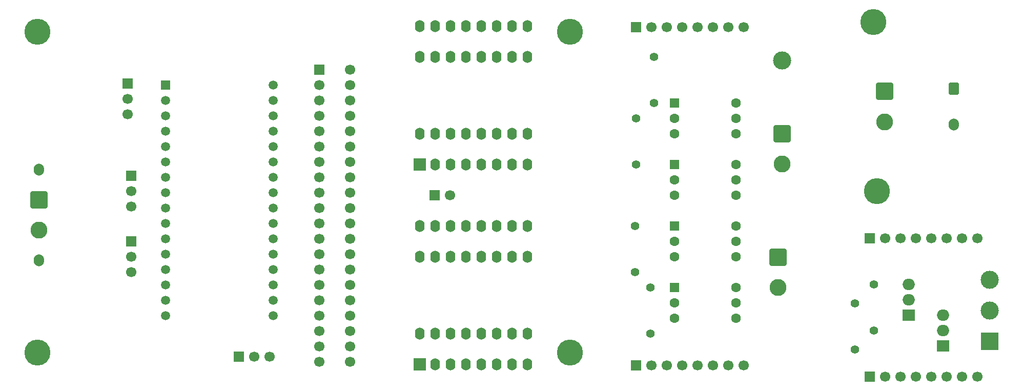
<source format=gbr>
%TF.GenerationSoftware,KiCad,Pcbnew,9.0.3*%
%TF.CreationDate,2025-08-28T14:02:25+02:00*%
%TF.ProjectId,luaos,6c75616f-732e-46b6-9963-61645f706362,rev?*%
%TF.SameCoordinates,Original*%
%TF.FileFunction,Soldermask,Top*%
%TF.FilePolarity,Negative*%
%FSLAX46Y46*%
G04 Gerber Fmt 4.6, Leading zero omitted, Abs format (unit mm)*
G04 Created by KiCad (PCBNEW 9.0.3) date 2025-08-28 14:02:25*
%MOMM*%
%LPD*%
G01*
G04 APERTURE LIST*
G04 Aperture macros list*
%AMRoundRect*
0 Rectangle with rounded corners*
0 $1 Rounding radius*
0 $2 $3 $4 $5 $6 $7 $8 $9 X,Y pos of 4 corners*
0 Add a 4 corners polygon primitive as box body*
4,1,4,$2,$3,$4,$5,$6,$7,$8,$9,$2,$3,0*
0 Add four circle primitives for the rounded corners*
1,1,$1+$1,$2,$3*
1,1,$1+$1,$4,$5*
1,1,$1+$1,$6,$7*
1,1,$1+$1,$8,$9*
0 Add four rect primitives between the rounded corners*
20,1,$1+$1,$2,$3,$4,$5,0*
20,1,$1+$1,$4,$5,$6,$7,0*
20,1,$1+$1,$6,$7,$8,$9,0*
20,1,$1+$1,$8,$9,$2,$3,0*%
G04 Aperture macros list end*
%ADD10RoundRect,0.250001X-1.149999X1.149999X-1.149999X-1.149999X1.149999X-1.149999X1.149999X1.149999X0*%
%ADD11C,2.800000*%
%ADD12RoundRect,0.250000X-0.600000X-0.750000X0.600000X-0.750000X0.600000X0.750000X-0.600000X0.750000X0*%
%ADD13O,1.700000X2.000000*%
%ADD14C,1.400000*%
%ADD15R,2.000000X1.905000*%
%ADD16O,2.000000X1.905000*%
%ADD17C,1.600000*%
%ADD18RoundRect,0.250000X-0.550000X-0.550000X0.550000X-0.550000X0.550000X0.550000X-0.550000X0.550000X0*%
%ADD19R,1.700000X1.700000*%
%ADD20C,1.700000*%
%ADD21C,3.000000*%
%ADD22R,1.500000X1.500000*%
%ADD23C,1.500000*%
%ADD24R,3.000000X3.000000*%
%ADD25C,4.300000*%
%ADD26R,2.000000X2.000000*%
%ADD27O,1.600000X2.000000*%
G04 APERTURE END LIST*
D10*
%TO.C,J18*%
X170990000Y-95885000D03*
D11*
X170990000Y-100885000D03*
%TD*%
D12*
%TO.C,J20*%
X199390000Y-88400000D03*
D13*
X199390000Y-94400000D03*
%TD*%
D10*
%TO.C,J17*%
X170355000Y-116285000D03*
D11*
X170355000Y-121285000D03*
%TD*%
D14*
%TO.C,R3*%
X146685000Y-118745000D03*
X146685000Y-111125000D03*
%TD*%
D15*
%TO.C,Q1*%
X197620000Y-130905000D03*
D16*
X197620000Y-128365000D03*
X197620000Y-125825000D03*
%TD*%
D17*
%TO.C,U6*%
X153210000Y-116205000D03*
X163370000Y-113665000D03*
D18*
X153210000Y-111125000D03*
D17*
X153210000Y-113665000D03*
X163370000Y-116205000D03*
X163370000Y-111125000D03*
%TD*%
D14*
%TO.C,R5*%
X183015000Y-123920000D03*
X183015000Y-131540000D03*
%TD*%
%TO.C,R2*%
X146860000Y-93345000D03*
X146860000Y-100965000D03*
%TD*%
D19*
%TO.C,J2*%
X81280000Y-132715000D03*
D20*
X83820000Y-132715000D03*
X86360000Y-132715000D03*
%TD*%
D19*
%TO.C,J6*%
X63500000Y-102870000D03*
D20*
X63500000Y-105410000D03*
X63500000Y-107950000D03*
%TD*%
D14*
%TO.C,R4*%
X149225000Y-128905000D03*
X149225000Y-121285000D03*
%TD*%
D19*
%TO.C,J9*%
X63500000Y-113665000D03*
D20*
X63500000Y-116205000D03*
X63500000Y-118745000D03*
%TD*%
D10*
%TO.C,J5*%
X48242600Y-106840000D03*
D13*
X48260000Y-101840000D03*
D11*
X48242600Y-111840000D03*
D13*
X48260000Y-116840000D03*
%TD*%
D17*
%TO.C,U5*%
X153210000Y-106045000D03*
X163370000Y-103505000D03*
D18*
X153210000Y-100965000D03*
D17*
X153210000Y-103505000D03*
X163370000Y-106045000D03*
X163370000Y-100965000D03*
%TD*%
D10*
%TO.C,J21*%
X187960000Y-88900000D03*
D11*
X187960000Y-93900000D03*
%TD*%
D14*
%TO.C,R1*%
X149860000Y-90805000D03*
X149860000Y-83185000D03*
%TD*%
D21*
%TO.C,J19*%
X170990000Y-83820000D03*
%TD*%
D19*
%TO.C,J15*%
X146860000Y-78272500D03*
D20*
X149400000Y-78272500D03*
X151940000Y-78272500D03*
X154480000Y-78272500D03*
X157020000Y-78272500D03*
X159560000Y-78272500D03*
X162100000Y-78272500D03*
X164640000Y-78272500D03*
%TD*%
D19*
%TO.C,J1*%
X185500000Y-113140000D03*
D20*
X188040000Y-113140000D03*
X190580000Y-113140000D03*
X193120000Y-113140000D03*
X195660000Y-113140000D03*
X198200000Y-113140000D03*
X200740000Y-113140000D03*
X203280000Y-113140000D03*
%TD*%
D15*
%TO.C,Q2*%
X191905000Y-125825000D03*
D16*
X191905000Y-123285000D03*
X191905000Y-120745000D03*
%TD*%
D19*
%TO.C,J3*%
X185500000Y-136000000D03*
D20*
X188040000Y-136000000D03*
X190580000Y-136000000D03*
X193120000Y-136000000D03*
X195660000Y-136000000D03*
X198200000Y-136000000D03*
X200740000Y-136000000D03*
X203280000Y-136000000D03*
%TD*%
D22*
%TO.C,U1*%
X69197500Y-87875000D03*
D23*
X69197500Y-90415000D03*
X69197500Y-92955000D03*
X69197500Y-95495000D03*
X69197500Y-98035000D03*
X69197500Y-100575000D03*
X69197500Y-103115000D03*
X69197500Y-105655000D03*
X69197500Y-108195000D03*
X69197500Y-110735000D03*
X69197500Y-113275000D03*
X69197500Y-115815000D03*
X69197500Y-118355000D03*
X69197500Y-120895000D03*
X69197500Y-123435000D03*
X69197500Y-125975000D03*
X86977500Y-87875000D03*
X86977500Y-90415000D03*
X86977500Y-92955000D03*
X86977500Y-95495000D03*
X86977500Y-98035000D03*
X86977500Y-100575000D03*
X86977500Y-103115000D03*
X86977500Y-105655000D03*
X86977500Y-108195000D03*
X86977500Y-110735000D03*
X86977500Y-113275000D03*
X86977500Y-115815000D03*
X86977500Y-118355000D03*
X86977500Y-120895000D03*
X86977500Y-123435000D03*
X86977500Y-125975000D03*
%TD*%
D17*
%TO.C,U7*%
X153210000Y-126365000D03*
X163370000Y-123825000D03*
D18*
X153210000Y-121285000D03*
D17*
X153210000Y-123825000D03*
X163370000Y-126365000D03*
X163370000Y-121285000D03*
%TD*%
D19*
%TO.C,J12*%
X113660000Y-106045000D03*
D20*
X116200000Y-106045000D03*
%TD*%
D24*
%TO.C,J4*%
X205335000Y-130175000D03*
D21*
X205335000Y-125095000D03*
X205335000Y-120015000D03*
%TD*%
D25*
%TO.C,REF\u002A\u002A*%
X48000000Y-79000000D03*
%TD*%
D19*
%TO.C,J16*%
X146860000Y-134152500D03*
D20*
X149400000Y-134152500D03*
X151940000Y-134152500D03*
X154480000Y-134152500D03*
X157020000Y-134152500D03*
X159560000Y-134152500D03*
X162100000Y-134152500D03*
X164640000Y-134152500D03*
%TD*%
D25*
%TO.C,REF\u002A\u002A*%
X136000000Y-79000000D03*
%TD*%
%TO.C,REF\u002A\u002A*%
X186690000Y-105410000D03*
%TD*%
D14*
%TO.C,R6*%
X186190000Y-120745000D03*
X186190000Y-128365000D03*
%TD*%
D25*
%TO.C,REF\u002A\u002A*%
X136000000Y-132000000D03*
%TD*%
%TO.C,REF\u002A\u002A*%
X186055000Y-77470000D03*
%TD*%
D19*
%TO.C,J7*%
X62865000Y-87630000D03*
D20*
X62865000Y-90170000D03*
X62865000Y-92710000D03*
%TD*%
D17*
%TO.C,U4*%
X153210000Y-95885000D03*
X163370000Y-93345000D03*
D18*
X153210000Y-90805000D03*
D17*
X153210000Y-93345000D03*
X163370000Y-95885000D03*
X163370000Y-90805000D03*
%TD*%
D19*
%TO.C,J8*%
X94597500Y-85335000D03*
D20*
X99677500Y-85335000D03*
X94597500Y-87875000D03*
X99677500Y-87875000D03*
X94597500Y-90415000D03*
X99677500Y-90415000D03*
X94597500Y-92955000D03*
X99677500Y-92955000D03*
X94597500Y-95495000D03*
X99677500Y-95495000D03*
X94597500Y-98035000D03*
X99677500Y-98035000D03*
X94597500Y-100575000D03*
X99677500Y-100575000D03*
X94597500Y-103115000D03*
X99677500Y-103115000D03*
X94597500Y-105655000D03*
X99677500Y-105655000D03*
X94597500Y-108195000D03*
X99677500Y-108195000D03*
X94597500Y-110735000D03*
X99677500Y-110735000D03*
X94597500Y-113275000D03*
X99677500Y-113275000D03*
X94597500Y-115815000D03*
X99677500Y-115815000D03*
X94597500Y-118355000D03*
X99677500Y-118355000D03*
X94597500Y-120895000D03*
X99677500Y-120895000D03*
X94597500Y-123435000D03*
X99677500Y-123435000D03*
X94597500Y-125975000D03*
X99677500Y-125975000D03*
X94597500Y-128515000D03*
X99677500Y-128515000D03*
X94597500Y-131055000D03*
X99677500Y-131055000D03*
X94597500Y-133595000D03*
X99677500Y-133595000D03*
%TD*%
D26*
%TO.C,U2*%
X111125000Y-100925000D03*
D27*
X111125000Y-95885000D03*
X113665000Y-100925000D03*
X113665000Y-95885000D03*
X116205000Y-100925000D03*
X116205000Y-95885000D03*
X118745000Y-100925000D03*
X118745000Y-95885000D03*
X121285000Y-100925000D03*
X121285000Y-95885000D03*
X123825000Y-100925000D03*
X123825000Y-95885000D03*
X126365000Y-100925000D03*
X126365000Y-95885000D03*
X128905000Y-100925000D03*
X128905000Y-95885000D03*
X128905000Y-83145000D03*
X128905000Y-78065000D03*
X126365000Y-83145000D03*
X126365000Y-78065000D03*
X123825000Y-83145000D03*
X123825000Y-78065000D03*
X121285000Y-83145000D03*
X121285000Y-78065000D03*
X118745000Y-83145000D03*
X118745000Y-78065000D03*
X116205000Y-83145000D03*
X116205000Y-78065000D03*
X113665000Y-83145000D03*
X113665000Y-78065000D03*
X111125000Y-83145000D03*
X111125000Y-78065000D03*
%TD*%
D25*
%TO.C,REF\u002A\u002A*%
X48000000Y-132000000D03*
%TD*%
D26*
%TO.C,U3*%
X111125000Y-133945000D03*
D27*
X111125000Y-128905000D03*
X113665000Y-133945000D03*
X113665000Y-128905000D03*
X116205000Y-133945000D03*
X116205000Y-128905000D03*
X118745000Y-133945000D03*
X118745000Y-128905000D03*
X121285000Y-133945000D03*
X121285000Y-128905000D03*
X123825000Y-133945000D03*
X123825000Y-128905000D03*
X126365000Y-133945000D03*
X126365000Y-128905000D03*
X128905000Y-133945000D03*
X128905000Y-128905000D03*
X128905000Y-116165000D03*
X128905000Y-111085000D03*
X126365000Y-116165000D03*
X126365000Y-111085000D03*
X123825000Y-116165000D03*
X123825000Y-111085000D03*
X121285000Y-116165000D03*
X121285000Y-111085000D03*
X118745000Y-116165000D03*
X118745000Y-111085000D03*
X116205000Y-116165000D03*
X116205000Y-111085000D03*
X113665000Y-116165000D03*
X113665000Y-111085000D03*
X111125000Y-116165000D03*
X111125000Y-111085000D03*
%TD*%
M02*

</source>
